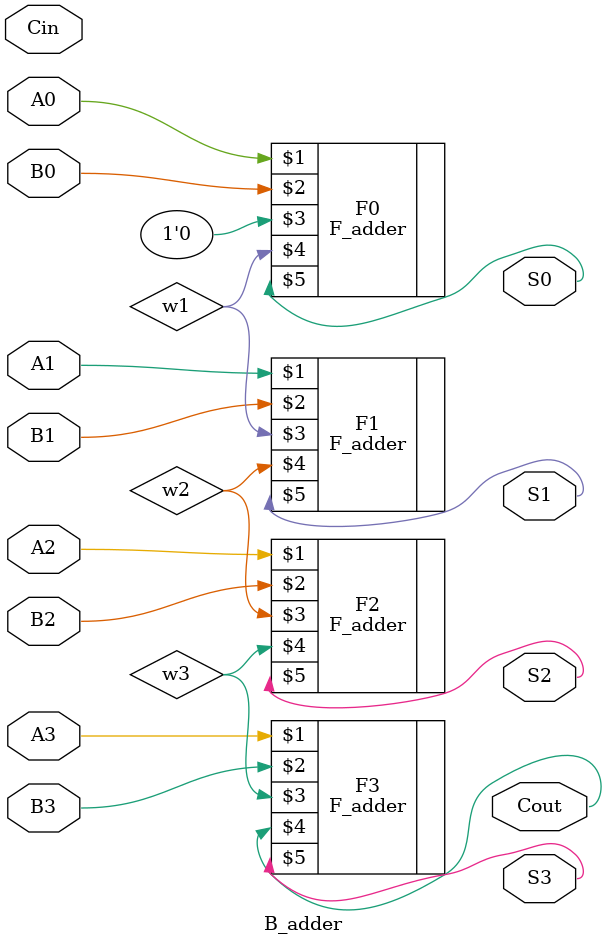
<source format=v>
module B_adder(A0,A1,A2,A3,B0,B1,B2,B3,S0,S1,S2,S3,Cout,Cin);

input A0,A1,A2,A3,B0,B1,B2,B3,Cin;
output S0,S1,S2,S3,Cout;
wire w1,w2,w3;

F_adder F0(A0,B0,1'b0,w1,S0);
F_adder F1(A1,B1,w1,w2,S1);
F_adder F2(A2,B2,w2,w3,S2);
F_adder F3(A3,B3,w3,Cout,S3);


endmodule 
</source>
